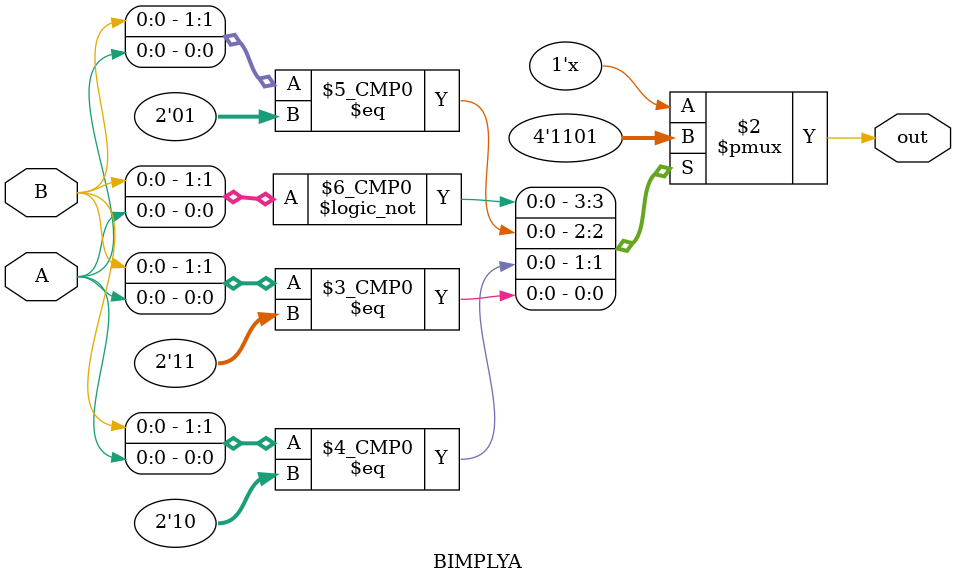
<source format=v>


module BIMPLYA(output out,input A,B);
always@(B,A)
 begin
  case({B,A})
   2'b00: {out} = 1'b1;
   2'b01: {out} = 1'b1;
   2'b10: {out} = 1'b0;
   2'b11: {out} = 1'b1;
  endcase
 end
endmodule


</source>
